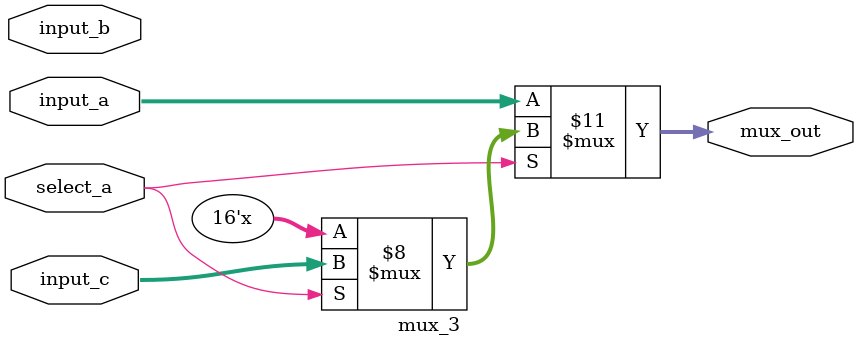
<source format=v>
module mux_3
  #(
   parameter integer DATA_W = 16
   )(
      input  wire [DATA_W-1:0] input_a,
      input  wire [DATA_W-1:0] input_b,
      input  wire [DATA_W-1:0] input_c,
      input  wire              select_a,
      output reg  [DATA_W-1:0] mux_out
   );

   always@(*)begin
      if(select_a == 2'b00)begin
         mux_out = input_a;
      end else if(select_a == 2'b10) begin
         mux_out = input_b;
      end else begin
         mux_out = input_c;
      end
   end
endmodule


</source>
